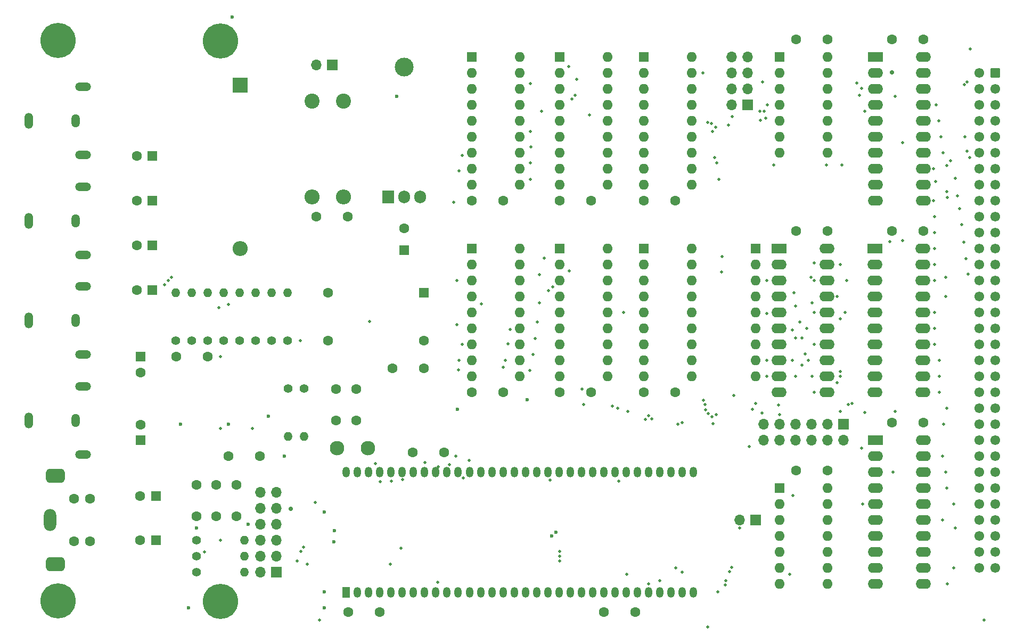
<source format=gbr>
%TF.GenerationSoftware,KiCad,Pcbnew,7.0.9-7.0.9~ubuntu22.04.1*%
%TF.CreationDate,2023-12-27T15:34:34+01:00*%
%TF.ProjectId,Z80-VDP,5a38302d-5644-4502-9e6b-696361645f70,rev?*%
%TF.SameCoordinates,Original*%
%TF.FileFunction,Copper,L3,Inr*%
%TF.FilePolarity,Positive*%
%FSLAX46Y46*%
G04 Gerber Fmt 4.6, Leading zero omitted, Abs format (unit mm)*
G04 Created by KiCad (PCBNEW 7.0.9-7.0.9~ubuntu22.04.1) date 2023-12-27 15:34:34*
%MOMM*%
%LPD*%
G01*
G04 APERTURE LIST*
G04 Aperture macros list*
%AMRoundRect*
0 Rectangle with rounded corners*
0 $1 Rounding radius*
0 $2 $3 $4 $5 $6 $7 $8 $9 X,Y pos of 4 corners*
0 Add a 4 corners polygon primitive as box body*
4,1,4,$2,$3,$4,$5,$6,$7,$8,$9,$2,$3,0*
0 Add four circle primitives for the rounded corners*
1,1,$1+$1,$2,$3*
1,1,$1+$1,$4,$5*
1,1,$1+$1,$6,$7*
1,1,$1+$1,$8,$9*
0 Add four rect primitives between the rounded corners*
20,1,$1+$1,$2,$3,$4,$5,0*
20,1,$1+$1,$4,$5,$6,$7,0*
20,1,$1+$1,$6,$7,$8,$9,0*
20,1,$1+$1,$8,$9,$2,$3,0*%
G04 Aperture macros list end*
%TA.AperFunction,ComponentPad*%
%ADD10R,2.400000X1.600000*%
%TD*%
%TA.AperFunction,ComponentPad*%
%ADD11O,2.400000X1.600000*%
%TD*%
%TA.AperFunction,ComponentPad*%
%ADD12R,1.700000X1.700000*%
%TD*%
%TA.AperFunction,ComponentPad*%
%ADD13O,1.700000X1.700000*%
%TD*%
%TA.AperFunction,ComponentPad*%
%ADD14R,1.600000X1.600000*%
%TD*%
%TA.AperFunction,ComponentPad*%
%ADD15O,1.600000X1.600000*%
%TD*%
%TA.AperFunction,ComponentPad*%
%ADD16O,1.324000X2.124000*%
%TD*%
%TA.AperFunction,ComponentPad*%
%ADD17O,2.524000X1.324000*%
%TD*%
%TA.AperFunction,ComponentPad*%
%ADD18O,1.324000X2.524000*%
%TD*%
%TA.AperFunction,ComponentPad*%
%ADD19C,1.600000*%
%TD*%
%TA.AperFunction,ComponentPad*%
%ADD20C,1.400000*%
%TD*%
%TA.AperFunction,ComponentPad*%
%ADD21O,1.400000X1.400000*%
%TD*%
%TA.AperFunction,ComponentPad*%
%ADD22R,2.400000X2.400000*%
%TD*%
%TA.AperFunction,ComponentPad*%
%ADD23O,2.400000X2.400000*%
%TD*%
%TA.AperFunction,ComponentPad*%
%ADD24C,5.600000*%
%TD*%
%TA.AperFunction,ComponentPad*%
%ADD25R,1.200000X1.700000*%
%TD*%
%TA.AperFunction,ComponentPad*%
%ADD26O,1.200000X1.700000*%
%TD*%
%TA.AperFunction,ComponentPad*%
%ADD27C,2.300000*%
%TD*%
%TA.AperFunction,ComponentPad*%
%ADD28C,2.400000*%
%TD*%
%TA.AperFunction,ComponentPad*%
%ADD29R,1.905000X2.000000*%
%TD*%
%TA.AperFunction,ComponentPad*%
%ADD30C,3.000000*%
%TD*%
%TA.AperFunction,ComponentPad*%
%ADD31O,1.905000X2.000000*%
%TD*%
%TA.AperFunction,ComponentPad*%
%ADD32RoundRect,0.550000X0.950000X-0.550000X0.950000X0.550000X-0.950000X0.550000X-0.950000X-0.550000X0*%
%TD*%
%TA.AperFunction,ComponentPad*%
%ADD33O,2.000000X3.500000*%
%TD*%
%TA.AperFunction,ComponentPad*%
%ADD34RoundRect,0.249999X-0.525001X0.525001X-0.525001X-0.525001X0.525001X-0.525001X0.525001X0.525001X0*%
%TD*%
%TA.AperFunction,ComponentPad*%
%ADD35C,1.550000*%
%TD*%
%TA.AperFunction,ViaPad*%
%ADD36C,0.500000*%
%TD*%
%TA.AperFunction,ViaPad*%
%ADD37C,0.700000*%
%TD*%
%TA.AperFunction,ViaPad*%
%ADD38C,0.600000*%
%TD*%
G04 APERTURE END LIST*
D10*
%TO.N,GND*%
%TO.C,U2*%
X186675000Y-91445000D03*
D11*
%TO.N,/~{#IOREQ}*%
X186675000Y-93985000D03*
%TO.N,Net-(RN1-R8)*%
X186675000Y-96525000D03*
%TO.N,/~{#IOREQ}*%
X186675000Y-99065000D03*
%TO.N,Net-(RN1-R7)*%
X186675000Y-101605000D03*
%TO.N,/#A2*%
X186675000Y-104145000D03*
%TO.N,Net-(JP1-Pin_2)*%
X186675000Y-106685000D03*
%TO.N,/#A3*%
X186675000Y-109225000D03*
%TO.N,Net-(JP1-Pin_4)*%
X186675000Y-111765000D03*
%TO.N,GND*%
X186675000Y-114305000D03*
%TO.N,/#A4*%
X194295000Y-114305000D03*
%TO.N,Net-(JP1-Pin_6)*%
X194295000Y-111765000D03*
%TO.N,/#A5*%
X194295000Y-109225000D03*
%TO.N,Net-(JP1-Pin_8)*%
X194295000Y-106685000D03*
%TO.N,/#A6*%
X194295000Y-104145000D03*
%TO.N,Net-(JP1-Pin_10)*%
X194295000Y-101605000D03*
%TO.N,/#A7*%
X194295000Y-99065000D03*
%TO.N,Net-(JP1-Pin_12)*%
X194295000Y-96525000D03*
%TO.N,Net-(U2-P=R)*%
X194295000Y-93985000D03*
%TO.N,+5V*%
X194295000Y-91445000D03*
%TD*%
D12*
%TO.N,Net-(JP2-Pad1)*%
%TO.C,JP2*%
X182880000Y-134620000D03*
D13*
%TO.N,/~{WAIT}*%
X180340000Y-134620000D03*
%TD*%
D14*
%TO.N,GND*%
%TO.C,U10*%
X165100000Y-91440000D03*
D15*
%TO.N,/RD4*%
X165100000Y-93980000D03*
%TO.N,/RD5*%
X165100000Y-96520000D03*
%TO.N,/R{slash}W*%
X165100000Y-99060000D03*
%TO.N,/{slash}CAS0*%
X165100000Y-101600000D03*
%TO.N,/AD6*%
X165100000Y-104140000D03*
%TO.N,/AD5*%
X165100000Y-106680000D03*
%TO.N,/AD4*%
X165100000Y-109220000D03*
%TO.N,+5V*%
X165100000Y-111760000D03*
%TO.N,/AD7*%
X172720000Y-111760000D03*
%TO.N,/AD3*%
X172720000Y-109220000D03*
%TO.N,/AD2*%
X172720000Y-106680000D03*
%TO.N,/AD1*%
X172720000Y-104140000D03*
%TO.N,/AD0*%
X172720000Y-101600000D03*
%TO.N,/RD6*%
X172720000Y-99060000D03*
%TO.N,/{slash}RAS*%
X172720000Y-96520000D03*
%TO.N,/RD7*%
X172720000Y-93980000D03*
%TO.N,GND*%
X172720000Y-91440000D03*
%TD*%
D16*
%TO.N,/VO_GREEN*%
%TO.C,J8*%
X74810000Y-102870000D03*
D17*
%TO.N,GNDA*%
X76010000Y-97470000D03*
D18*
X67310000Y-102870000D03*
D17*
X76010000Y-108270000D03*
%TD*%
D19*
%TO.N,+5V*%
%TO.C,C28*%
X194310000Y-58166000D03*
%TO.N,GND*%
X189310000Y-58166000D03*
%TD*%
%TO.N,+5V*%
%TO.C,C32*%
X209550000Y-119126000D03*
%TO.N,GND*%
X204550000Y-119126000D03*
%TD*%
D14*
%TO.N,GND*%
%TO.C,U9*%
X165100000Y-60960000D03*
D15*
%TO.N,/RD0*%
X165100000Y-63500000D03*
%TO.N,/RD1*%
X165100000Y-66040000D03*
%TO.N,/R{slash}W*%
X165100000Y-68580000D03*
%TO.N,/{slash}CAS0*%
X165100000Y-71120000D03*
%TO.N,/AD6*%
X165100000Y-73660000D03*
%TO.N,/AD5*%
X165100000Y-76200000D03*
%TO.N,/AD4*%
X165100000Y-78740000D03*
%TO.N,+5V*%
X165100000Y-81280000D03*
%TO.N,/AD7*%
X172720000Y-81280000D03*
%TO.N,/AD3*%
X172720000Y-78740000D03*
%TO.N,/AD2*%
X172720000Y-76200000D03*
%TO.N,/AD1*%
X172720000Y-73660000D03*
%TO.N,/AD0*%
X172720000Y-71120000D03*
%TO.N,/RD2*%
X172720000Y-68580000D03*
%TO.N,/{slash}RAS*%
X172720000Y-66040000D03*
%TO.N,/RD3*%
X172720000Y-63500000D03*
%TO.N,GND*%
X172720000Y-60960000D03*
%TD*%
D19*
%TO.N,+5V*%
%TO.C,C31*%
X209550000Y-88646000D03*
%TO.N,GND*%
X204550000Y-88646000D03*
%TD*%
D20*
%TO.N,GNDA*%
%TO.C,R1*%
X93980000Y-137795000D03*
D21*
%TO.N,Net-(J2-Pin_6)*%
X101600000Y-137795000D03*
%TD*%
D19*
%TO.N,+5V*%
%TO.C,C29*%
X194310000Y-88646000D03*
%TO.N,GND*%
X189310000Y-88646000D03*
%TD*%
D14*
%TO.N,GNDA*%
%TO.C,C14*%
X85090000Y-108625000D03*
D19*
%TO.N,+5VA*%
X85090000Y-111125000D03*
%TD*%
D14*
%TO.N,GNDA*%
%TO.C,C13*%
X85090000Y-121920000D03*
D19*
%TO.N,+5VA*%
X85090000Y-119420000D03*
%TD*%
D20*
%TO.N,Net-(U11-GOUT)*%
%TO.C,R7*%
X93218000Y-106045000D03*
D21*
%TO.N,Net-(C20-Pad1)*%
X93218000Y-98425000D03*
%TD*%
D14*
%TO.N,/~{#WAIT}*%
%TO.C,U6*%
X186690000Y-129540000D03*
D15*
%TO.N,GND*%
X186690000Y-132080000D03*
%TO.N,Net-(JP2-Pad1)*%
X186690000Y-134620000D03*
%TO.N,GND*%
X186690000Y-137160000D03*
X186690000Y-139700000D03*
%TO.N,unconnected-(U6-Pad6)*%
X186690000Y-142240000D03*
%TO.N,GND*%
X186690000Y-144780000D03*
%TO.N,unconnected-(U6-Pad8)*%
X194310000Y-144780000D03*
%TO.N,GND*%
X194310000Y-142240000D03*
X194310000Y-139700000D03*
%TO.N,unconnected-(U6-Pad11)*%
X194310000Y-137160000D03*
%TO.N,GND*%
X194310000Y-134620000D03*
X194310000Y-132080000D03*
%TO.N,+5V*%
X194310000Y-129540000D03*
%TD*%
D22*
%TO.N,+5VA*%
%TO.C,C34*%
X100965000Y-65405000D03*
D23*
%TO.N,GNDA*%
X100965000Y-91405000D03*
%TD*%
D24*
%TO.N,GND*%
%TO.C,*%
X97790000Y-147574000D03*
%TD*%
D25*
%TO.N,GND*%
%TO.C,U8*%
X117825000Y-146075400D03*
D26*
%TO.N,N/C*%
X119605000Y-146075400D03*
X121385000Y-146075400D03*
%TO.N,+5V*%
X123165000Y-146075400D03*
%TO.N,/HSYNC*%
X124945000Y-146075400D03*
%TO.N,/CSYNC*%
X126725000Y-146075400D03*
%TO.N,N/C*%
X128505000Y-146075400D03*
%TO.N,unconnected-(U8-CPUCLK{slash}VDS-Pad8)*%
X130285000Y-146075400D03*
%TO.N,/~{#RESET}*%
X132065000Y-146075400D03*
%TO.N,N/C*%
X133845000Y-146075400D03*
X135625000Y-146075400D03*
X137405000Y-146075400D03*
X139185000Y-146075400D03*
X140965000Y-146075400D03*
X142745000Y-146075400D03*
X144525000Y-146075400D03*
X146305000Y-146075400D03*
X148085000Y-146075400D03*
X149865000Y-146075400D03*
%TO.N,GNDA*%
X151645000Y-146075400D03*
%TO.N,+5VA*%
X153425000Y-146075400D03*
%TO.N,/RGB_G*%
X155205000Y-146075400D03*
%TO.N,/RGB_R*%
X156985000Y-146075400D03*
%TO.N,/RGB_B*%
X158765000Y-146075400D03*
%TO.N,/~{IRQ_OUT}*%
X160545000Y-146075400D03*
%TO.N,/~{#WAIT}*%
X162325000Y-146075400D03*
%TO.N,+5V*%
X164105000Y-146075400D03*
%TO.N,/#A1*%
X165885000Y-146075400D03*
%TO.N,/#A0*%
X167665000Y-146075400D03*
%TO.N,/~{VDP_WR}*%
X169445000Y-146075400D03*
%TO.N,/~{VDP_RD}*%
X171225000Y-146075400D03*
%TO.N,/#D7*%
X173005000Y-146075400D03*
%TO.N,unconnected-(U8-VBB-Pad33)*%
X173005000Y-126974600D03*
%TO.N,/#D6*%
X171225000Y-126974600D03*
%TO.N,/#D5*%
X169445000Y-126974600D03*
%TO.N,/#D4*%
X167665000Y-126974600D03*
%TO.N,/#D3*%
X165885000Y-126974600D03*
%TO.N,/#D2*%
X164105000Y-126974600D03*
%TO.N,/#D1*%
X162325000Y-126974600D03*
%TO.N,/#D0*%
X160545000Y-126974600D03*
%TO.N,/RD0*%
X158765000Y-126974600D03*
%TO.N,/RD1*%
X156985000Y-126974600D03*
%TO.N,/RD2*%
X155205000Y-126974600D03*
%TO.N,/RD3*%
X153425000Y-126974600D03*
%TO.N,/RD4*%
X151645000Y-126974600D03*
%TO.N,/RD5*%
X149865000Y-126974600D03*
%TO.N,/RD6*%
X148085000Y-126974600D03*
%TO.N,/RD7*%
X146305000Y-126974600D03*
%TO.N,/AD0*%
X144525000Y-126974600D03*
%TO.N,/AD1*%
X142745000Y-126974600D03*
%TO.N,/AD2*%
X140965000Y-126974600D03*
%TO.N,/AD3*%
X139185000Y-126974600D03*
%TO.N,/AD4*%
X137405000Y-126974600D03*
%TO.N,/AD5*%
X135625000Y-126974600D03*
%TO.N,/AD6*%
X133845000Y-126974600D03*
%TO.N,/AD7*%
X132065000Y-126974600D03*
%TO.N,/R{slash}W*%
X130285000Y-126974600D03*
%TO.N,+5V*%
X128505000Y-126974600D03*
%TO.N,/{slash}CASX*%
X126725000Y-126974600D03*
%TO.N,/{slash}CAS1*%
X124945000Y-126974600D03*
%TO.N,/{slash}CAS0*%
X123165000Y-126974600D03*
%TO.N,/{slash}RAS*%
X121385000Y-126974600D03*
%TO.N,Net-(U8-XTAL1)*%
X119605000Y-126974600D03*
%TO.N,Net-(U8-XTAL2)*%
X117825000Y-126974600D03*
%TD*%
D14*
%TO.N,GND*%
%TO.C,RN1*%
X182880000Y-91440000D03*
D15*
%TO.N,Net-(JP1-Pin_12)*%
X182880000Y-93980000D03*
%TO.N,Net-(JP1-Pin_10)*%
X182880000Y-96520000D03*
%TO.N,Net-(JP1-Pin_8)*%
X182880000Y-99060000D03*
%TO.N,Net-(JP1-Pin_6)*%
X182880000Y-101600000D03*
%TO.N,Net-(JP1-Pin_4)*%
X182880000Y-104140000D03*
%TO.N,Net-(JP1-Pin_2)*%
X182880000Y-106680000D03*
%TO.N,Net-(RN1-R7)*%
X182880000Y-109220000D03*
%TO.N,Net-(RN1-R8)*%
X182880000Y-111760000D03*
%TD*%
D19*
%TO.N,+5VA*%
%TO.C,C12*%
X95805000Y-108585000D03*
%TO.N,GNDA*%
X90805000Y-108585000D03*
%TD*%
D14*
%TO.N,Net-(C19-Pad1)*%
%TO.C,C19*%
X87542380Y-137795000D03*
D19*
%TO.N,Net-(C19-Pad2)*%
X85042380Y-137795000D03*
%TD*%
%TO.N,Net-(J2-Pin_6)*%
%TO.C,C9*%
X97155000Y-133985000D03*
%TO.N,Net-(U11-GIN)*%
X97155000Y-128985000D03*
%TD*%
D16*
%TO.N,/VO_BLUE*%
%TO.C,J9*%
X74810000Y-86995000D03*
D17*
%TO.N,GNDA*%
X76010000Y-81595000D03*
D18*
X67310000Y-86995000D03*
D17*
X76010000Y-92395000D03*
%TD*%
D20*
%TO.N,Net-(U11-BOUT)*%
%TO.C,R8*%
X95758000Y-106045000D03*
D21*
%TO.N,Net-(C21-Pad1)*%
X95758000Y-98425000D03*
%TD*%
D19*
%TO.N,Net-(J2-Pin_4)*%
%TO.C,C10*%
X93980000Y-133985000D03*
%TO.N,Net-(U11-RIN)*%
X93980000Y-128985000D03*
%TD*%
%TO.N,+5V*%
%TO.C,C25*%
X165100000Y-114300000D03*
%TO.N,GND*%
X170100000Y-114300000D03*
%TD*%
D20*
%TO.N,Net-(U11-COUT)*%
%TO.C,R12*%
X108458000Y-106045000D03*
D21*
%TO.N,Net-(C17-Pad1)*%
X108458000Y-98425000D03*
%TD*%
D27*
%TO.N,Net-(U8-XTAL1)*%
%TO.C,Y1*%
X121285000Y-123190000D03*
%TO.N,Net-(U8-XTAL2)*%
X116385000Y-123190000D03*
%TD*%
D20*
%TO.N,GNDA*%
%TO.C,R2*%
X93980000Y-140335000D03*
D21*
%TO.N,Net-(J2-Pin_4)*%
X101600000Y-140335000D03*
%TD*%
D14*
%TO.N,Net-(C24-Pad1)*%
%TO.C,C24*%
X86995000Y-76708000D03*
D19*
%TO.N,/VO_COM*%
X84495000Y-76708000D03*
%TD*%
D14*
%TO.N,Net-(C18-Pad1)*%
%TO.C,C18*%
X86995000Y-98044000D03*
D19*
%TO.N,/VO_RED*%
X84495000Y-98044000D03*
%TD*%
D20*
%TO.N,Net-(U11-YTRAP)*%
%TO.C,R10*%
X103378000Y-106045000D03*
D21*
%TO.N,+5VA*%
X103378000Y-98425000D03*
%TD*%
D19*
%TO.N,+5VA*%
%TO.C,C2*%
X113070000Y-86360000D03*
%TO.N,GNDA*%
X118070000Y-86360000D03*
%TD*%
D10*
%TO.N,BUSDIR*%
%TO.C,U3*%
X201930000Y-60960000D03*
D11*
%TO.N,/#D0*%
X201930000Y-63500000D03*
%TO.N,/#D1*%
X201930000Y-66040000D03*
%TO.N,/#D2*%
X201930000Y-68580000D03*
%TO.N,/#D3*%
X201930000Y-71120000D03*
%TO.N,/#D4*%
X201930000Y-73660000D03*
%TO.N,/#D5*%
X201930000Y-76200000D03*
%TO.N,/#D6*%
X201930000Y-78740000D03*
%TO.N,/#D7*%
X201930000Y-81280000D03*
%TO.N,GND*%
X201930000Y-83820000D03*
%TO.N,/D7*%
X209550000Y-83820000D03*
%TO.N,/D6*%
X209550000Y-81280000D03*
%TO.N,/D5*%
X209550000Y-78740000D03*
%TO.N,/D4*%
X209550000Y-76200000D03*
%TO.N,/D3*%
X209550000Y-73660000D03*
%TO.N,/D2*%
X209550000Y-71120000D03*
%TO.N,/D1*%
X209550000Y-68580000D03*
%TO.N,/D0*%
X209550000Y-66040000D03*
%TO.N,GND*%
X209550000Y-63500000D03*
%TO.N,+5V*%
X209550000Y-60960000D03*
%TD*%
D19*
%TO.N,+5VA*%
%TO.C,C11*%
X104100000Y-124460000D03*
%TO.N,GNDA*%
X99100000Y-124460000D03*
%TD*%
%TO.N,GND*%
%TO.C,C6*%
X116205000Y-113745000D03*
%TO.N,Net-(U8-XTAL2)*%
X116205000Y-118745000D03*
%TD*%
D20*
%TO.N,Net-(U11-CVOUT)*%
%TO.C,R9*%
X98298000Y-106045000D03*
D21*
%TO.N,Net-(C24-Pad1)*%
X98298000Y-98425000D03*
%TD*%
D10*
%TO.N,GND*%
%TO.C,U4*%
X201915000Y-91440000D03*
D11*
%TO.N,/#A0*%
X201915000Y-93980000D03*
%TO.N,/#A1*%
X201915000Y-96520000D03*
%TO.N,/#A2*%
X201915000Y-99060000D03*
%TO.N,/#A3*%
X201915000Y-101600000D03*
%TO.N,/#A4*%
X201915000Y-104140000D03*
%TO.N,/#A5*%
X201915000Y-106680000D03*
%TO.N,/#A6*%
X201915000Y-109220000D03*
%TO.N,/#A7*%
X201915000Y-111760000D03*
%TO.N,GND*%
X201915000Y-114300000D03*
%TO.N,/A7*%
X209535000Y-114300000D03*
%TO.N,/A6*%
X209535000Y-111760000D03*
%TO.N,/A5*%
X209535000Y-109220000D03*
%TO.N,/A4*%
X209535000Y-106680000D03*
%TO.N,/A3*%
X209535000Y-104140000D03*
%TO.N,/A2*%
X209535000Y-101600000D03*
%TO.N,/A1*%
X209535000Y-99060000D03*
%TO.N,/A0*%
X209535000Y-96520000D03*
%TO.N,GND*%
X209535000Y-93980000D03*
%TO.N,+5V*%
X209535000Y-91440000D03*
%TD*%
D19*
%TO.N,+5V*%
%TO.C,C22*%
X151765000Y-83820000D03*
%TO.N,GND*%
X156765000Y-83820000D03*
%TD*%
D28*
%TO.N,Net-(U1-OUT)*%
%TO.C,FB2*%
X112395000Y-67945000D03*
D23*
%TO.N,+5VA*%
X112395000Y-83185000D03*
%TD*%
D20*
%TO.N,Net-(U11-YOUT)*%
%TO.C,R11*%
X105918000Y-106045000D03*
D21*
%TO.N,Net-(C19-Pad1)*%
X105918000Y-98425000D03*
%TD*%
D14*
%TO.N,GND*%
%TO.C,U13*%
X151765000Y-91440000D03*
D15*
%TO.N,/RD4*%
X151765000Y-93980000D03*
%TO.N,/RD5*%
X151765000Y-96520000D03*
%TO.N,/R{slash}W*%
X151765000Y-99060000D03*
%TO.N,/{slash}CAS1*%
X151765000Y-101600000D03*
%TO.N,/AD6*%
X151765000Y-104140000D03*
%TO.N,/AD5*%
X151765000Y-106680000D03*
%TO.N,/AD4*%
X151765000Y-109220000D03*
%TO.N,+5V*%
X151765000Y-111760000D03*
%TO.N,/AD7*%
X159385000Y-111760000D03*
%TO.N,/AD3*%
X159385000Y-109220000D03*
%TO.N,/AD2*%
X159385000Y-106680000D03*
%TO.N,/AD1*%
X159385000Y-104140000D03*
%TO.N,/AD0*%
X159385000Y-101600000D03*
%TO.N,/RD6*%
X159385000Y-99060000D03*
%TO.N,/{slash}RAS*%
X159385000Y-96520000D03*
%TO.N,/RD7*%
X159385000Y-93980000D03*
%TO.N,GND*%
X159385000Y-91440000D03*
%TD*%
D19*
%TO.N,+5V*%
%TO.C,C27*%
X194310000Y-126746000D03*
%TO.N,GND*%
X189310000Y-126746000D03*
%TD*%
D14*
%TO.N,GND*%
%TO.C,U15*%
X137795000Y-91440000D03*
D15*
%TO.N,/RD4*%
X137795000Y-93980000D03*
%TO.N,/RD5*%
X137795000Y-96520000D03*
%TO.N,/R{slash}W*%
X137795000Y-99060000D03*
%TO.N,/{slash}CASX*%
X137795000Y-101600000D03*
%TO.N,/AD6*%
X137795000Y-104140000D03*
%TO.N,/AD5*%
X137795000Y-106680000D03*
%TO.N,/AD4*%
X137795000Y-109220000D03*
%TO.N,+5V*%
X137795000Y-111760000D03*
%TO.N,/AD7*%
X145415000Y-111760000D03*
%TO.N,/AD3*%
X145415000Y-109220000D03*
%TO.N,/AD2*%
X145415000Y-106680000D03*
%TO.N,/AD1*%
X145415000Y-104140000D03*
%TO.N,/AD0*%
X145415000Y-101600000D03*
%TO.N,/RD6*%
X145415000Y-99060000D03*
%TO.N,/{slash}RAS*%
X145415000Y-96520000D03*
%TO.N,/RD7*%
X145415000Y-93980000D03*
%TO.N,GND*%
X145415000Y-91440000D03*
%TD*%
D29*
%TO.N,+12V*%
%TO.C,U1*%
X124460000Y-83185000D03*
D30*
%TO.N,GND*%
X127000000Y-62525000D03*
D31*
X127000000Y-83185000D03*
%TO.N,Net-(U1-OUT)*%
X129540000Y-83185000D03*
%TD*%
D14*
%TO.N,Net-(U7-Pad1)*%
%TO.C,U7*%
X186690000Y-60960000D03*
D15*
%TO.N,Net-(U2-P=R)*%
X186690000Y-63500000D03*
%TO.N,/~{#WR}*%
X186690000Y-66040000D03*
%TO.N,/~{VDP_WR}*%
X186690000Y-68580000D03*
%TO.N,Net-(U7-Pad1)*%
X186690000Y-71120000D03*
X186690000Y-73660000D03*
%TO.N,GND*%
X186690000Y-76200000D03*
%TO.N,Net-(U2-P=R)*%
X194310000Y-76200000D03*
%TO.N,/~{#RD}*%
X194310000Y-73660000D03*
%TO.N,BUSDIR*%
X194310000Y-71120000D03*
X194310000Y-68580000D03*
X194310000Y-66040000D03*
%TO.N,/~{VDP_RD}*%
X194310000Y-63500000D03*
%TO.N,+5V*%
X194310000Y-60960000D03*
%TD*%
D14*
%TO.N,Net-(U1-OUT)*%
%TO.C,C1*%
X127000000Y-91695651D03*
D19*
%TO.N,GND*%
X127000000Y-88195651D03*
%TD*%
%TO.N,+5V*%
%TO.C,C3*%
X123150000Y-149225000D03*
%TO.N,GND*%
X118150000Y-149225000D03*
%TD*%
%TO.N,GNDA*%
%TO.C,J4*%
X74540000Y-138005000D03*
X74540000Y-131205000D03*
%TO.N,Net-(C19-Pad2)*%
X77040000Y-138005000D03*
%TO.N,Net-(C17-Pad2)*%
X77040000Y-131205000D03*
D32*
%TO.N,GNDA*%
X71540000Y-141605000D03*
D33*
X70745000Y-134620000D03*
D32*
X71540000Y-127605000D03*
%TD*%
D20*
%TO.N,GNDA*%
%TO.C,R3*%
X93980000Y-142875000D03*
D21*
%TO.N,Net-(J2-Pin_2)*%
X101600000Y-142875000D03*
%TD*%
D19*
%TO.N,+5V*%
%TO.C,C16*%
X137795000Y-83820000D03*
%TO.N,GND*%
X142795000Y-83820000D03*
%TD*%
D12*
%TO.N,+5V*%
%TO.C,JP3*%
X115575000Y-62230000D03*
D13*
%TO.N,+5VA*%
X113035000Y-62230000D03*
%TD*%
D20*
%TO.N,GNDA*%
%TO.C,R13*%
X100838000Y-106045000D03*
D21*
%TO.N,Net-(C24-Pad1)*%
X100838000Y-98425000D03*
%TD*%
D28*
%TO.N,GND*%
%TO.C,FB1*%
X117348000Y-67945000D03*
D23*
%TO.N,GNDA*%
X117348000Y-83185000D03*
%TD*%
D16*
%TO.N,/VO_RED*%
%TO.C,J7*%
X74810000Y-118745000D03*
D17*
%TO.N,GNDA*%
X76010000Y-113345000D03*
D18*
X67310000Y-118745000D03*
D17*
X76010000Y-124145000D03*
%TD*%
D14*
%TO.N,GND*%
%TO.C,U12*%
X151765000Y-60960000D03*
D15*
%TO.N,/RD0*%
X151765000Y-63500000D03*
%TO.N,/RD1*%
X151765000Y-66040000D03*
%TO.N,/R{slash}W*%
X151765000Y-68580000D03*
%TO.N,/{slash}CAS1*%
X151765000Y-71120000D03*
%TO.N,/AD6*%
X151765000Y-73660000D03*
%TO.N,/AD5*%
X151765000Y-76200000D03*
%TO.N,/AD4*%
X151765000Y-78740000D03*
%TO.N,+5V*%
X151765000Y-81280000D03*
%TO.N,/AD7*%
X159385000Y-81280000D03*
%TO.N,/AD3*%
X159385000Y-78740000D03*
%TO.N,/AD2*%
X159385000Y-76200000D03*
%TO.N,/AD1*%
X159385000Y-73660000D03*
%TO.N,/AD0*%
X159385000Y-71120000D03*
%TO.N,/RD2*%
X159385000Y-68580000D03*
%TO.N,/{slash}RAS*%
X159385000Y-66040000D03*
%TO.N,/RD3*%
X159385000Y-63500000D03*
%TO.N,GND*%
X159385000Y-60960000D03*
%TD*%
D19*
%TO.N,+5V*%
%TO.C,C15*%
X165100000Y-83820000D03*
%TO.N,GND*%
X170100000Y-83820000D03*
%TD*%
D14*
%TO.N,Net-(C20-Pad1)*%
%TO.C,C20*%
X86995000Y-90932000D03*
D19*
%TO.N,/VO_GREEN*%
X84495000Y-90932000D03*
%TD*%
%TO.N,Net-(U8-XTAL1)*%
%TO.C,C5*%
X119380000Y-118745000D03*
%TO.N,GND*%
X119380000Y-113745000D03*
%TD*%
D20*
%TO.N,Net-(X1-OUT)*%
%TO.C,R4*%
X108585000Y-113665000D03*
D21*
%TO.N,Net-(U11-SCIN)*%
X108585000Y-121285000D03*
%TD*%
D20*
%TO.N,Net-(J2-Pin_8)*%
%TO.C,R5*%
X111125000Y-113665000D03*
D21*
%TO.N,Net-(U11-SYNCIN)*%
X111125000Y-121285000D03*
%TD*%
D10*
%TO.N,GND*%
%TO.C,U5*%
X201930000Y-121920000D03*
D11*
%TO.N,/~{#RD}*%
X201930000Y-124460000D03*
%TO.N,/~{#WR}*%
X201930000Y-127000000D03*
%TO.N,/#CLK_CPU*%
X201930000Y-129540000D03*
%TO.N,/~{#IOREQ}*%
X201930000Y-132080000D03*
%TO.N,unconnected-(U5-A4-Pad6)*%
X201930000Y-134620000D03*
%TO.N,unconnected-(U5-A5-Pad7)*%
X201930000Y-137160000D03*
%TO.N,/~{#M1}*%
X201930000Y-139700000D03*
%TO.N,/~{#RESET}*%
X201930000Y-142240000D03*
%TO.N,GND*%
X201930000Y-144780000D03*
%TO.N,/~{RESET}*%
X209550000Y-144780000D03*
%TO.N,/~{M1}*%
X209550000Y-142240000D03*
%TO.N,GND*%
X209550000Y-139700000D03*
X209550000Y-137160000D03*
%TO.N,/~{IOREQ}*%
X209550000Y-134620000D03*
%TO.N,/CLK_CPU*%
X209550000Y-132080000D03*
%TO.N,/~{WR}*%
X209550000Y-129540000D03*
%TO.N,/~{RD}*%
X209550000Y-127000000D03*
%TO.N,GND*%
X209550000Y-124460000D03*
%TO.N,+5V*%
X209550000Y-121920000D03*
%TD*%
D14*
%TO.N,Net-(C17-Pad1)*%
%TO.C,C17*%
X87542380Y-130810000D03*
D19*
%TO.N,Net-(C17-Pad2)*%
X85042380Y-130810000D03*
%TD*%
D24*
%TO.N,GND*%
%TO.C,J3*%
X71975000Y-58293000D03*
X71975000Y-147447000D03*
D34*
X220980000Y-63500000D03*
D35*
X220980000Y-66040000D03*
X220980000Y-68580000D03*
X220980000Y-71120000D03*
%TO.N,/MEMAQ*%
X220980000Y-73660000D03*
%TO.N,/~{INT3}*%
X220980000Y-76200000D03*
%TO.N,/A0*%
X220980000Y-78740000D03*
%TO.N,/A1*%
X220980000Y-81280000D03*
%TO.N,/A2*%
X220980000Y-83820000D03*
%TO.N,/A3*%
X220980000Y-86360000D03*
%TO.N,/A4*%
X220980000Y-88900000D03*
%TO.N,/A5*%
X220980000Y-91440000D03*
%TO.N,/A6*%
X220980000Y-93980000D03*
%TO.N,/A7*%
X220980000Y-96520000D03*
%TO.N,/A8*%
X220980000Y-99060000D03*
%TO.N,/A9*%
X220980000Y-101600000D03*
%TO.N,/A10*%
X220980000Y-104140000D03*
%TO.N,/A11*%
X220980000Y-106680000D03*
%TO.N,/A12*%
X220980000Y-109220000D03*
%TO.N,/A13*%
X220980000Y-111760000D03*
%TO.N,/A14*%
X220980000Y-114300000D03*
%TO.N,/A15*%
X220980000Y-116840000D03*
%TO.N,/~{BUSREQ}*%
X220980000Y-119380000D03*
%TO.N,/~{BUSACK}*%
X220980000Y-121920000D03*
%TO.N,/A16*%
X220980000Y-124460000D03*
%TO.N,/A17*%
X220980000Y-127000000D03*
%TO.N,/A18*%
X220980000Y-129540000D03*
%TO.N,/A19*%
X220980000Y-132080000D03*
%TO.N,/A20*%
X220980000Y-134620000D03*
%TO.N,/A21*%
X220980000Y-137160000D03*
%TO.N,/A22{slash}SCL*%
X220980000Y-139700000D03*
%TO.N,/A23{slash}SDA*%
X220980000Y-142240000D03*
%TO.N,+5V*%
X218440000Y-63500000D03*
X218440000Y-66040000D03*
X218440000Y-68580000D03*
%TO.N,/~{INT0}*%
X218440000Y-71120000D03*
%TO.N,/~{INT1}*%
X218440000Y-73660000D03*
%TO.N,/~{INT2}*%
X218440000Y-76200000D03*
%TO.N,/D0*%
X218440000Y-78740000D03*
%TO.N,/D1*%
X218440000Y-81280000D03*
%TO.N,/D2*%
X218440000Y-83820000D03*
%TO.N,/D3*%
X218440000Y-86360000D03*
%TO.N,/D4*%
X218440000Y-88900000D03*
%TO.N,/D5*%
X218440000Y-91440000D03*
%TO.N,/D6*%
X218440000Y-93980000D03*
%TO.N,/D7*%
X218440000Y-96520000D03*
%TO.N,/~{RESET}*%
X218440000Y-99060000D03*
%TO.N,/CLK_CPU*%
X218440000Y-101600000D03*
%TO.N,/~{INT}*%
X218440000Y-104140000D03*
%TO.N,/~{NMI}*%
X218440000Y-106680000D03*
%TO.N,/~{M1}*%
X218440000Y-109220000D03*
%TO.N,/~{WAIT}*%
X218440000Y-111760000D03*
%TO.N,/~{HALT}*%
X218440000Y-114300000D03*
%TO.N,/~{RD}*%
X218440000Y-116840000D03*
%TO.N,/~{WR}*%
X218440000Y-119380000D03*
%TO.N,/~{MREQ}*%
X218440000Y-121920000D03*
%TO.N,/~{IOREQ}*%
X218440000Y-124460000D03*
%TO.N,Net-(J3-IEI)*%
X218440000Y-127000000D03*
X218440000Y-129540000D03*
%TO.N,+12V*%
X218440000Y-132080000D03*
%TO.N,-12V*%
X218440000Y-134620000D03*
%TO.N,unconnected-(J3-SPARE-Padb30)*%
X218440000Y-137160000D03*
%TO.N,unconnected-(J3-SPARE-Padb31)*%
X218440000Y-139700000D03*
%TO.N,GND*%
X218440000Y-142240000D03*
%TD*%
D12*
%TO.N,/RGB_B*%
%TO.C,J2*%
X106680000Y-142875000D03*
D13*
%TO.N,Net-(J2-Pin_2)*%
X104140000Y-142875000D03*
%TO.N,/RGB_R*%
X106680000Y-140335000D03*
%TO.N,Net-(J2-Pin_4)*%
X104140000Y-140335000D03*
%TO.N,/RGB_G*%
X106680000Y-137795000D03*
%TO.N,Net-(J2-Pin_6)*%
X104140000Y-137795000D03*
%TO.N,/CSYNC*%
X106680000Y-135255000D03*
%TO.N,Net-(J2-Pin_8)*%
X104140000Y-135255000D03*
%TO.N,/HSYNC*%
X106680000Y-132715000D03*
%TO.N,unconnected-(J2-Pin_10-Pad10)*%
X104140000Y-132715000D03*
%TO.N,+5VA*%
X106680000Y-130175000D03*
%TO.N,GNDA*%
X104140000Y-130175000D03*
%TD*%
D24*
%TO.N,GND*%
%TO.C,*%
X97790000Y-58420000D03*
%TD*%
D19*
%TO.N,+5V*%
%TO.C,C26*%
X137795000Y-114300000D03*
%TO.N,GND*%
X142795000Y-114300000D03*
%TD*%
%TO.N,+5V*%
%TO.C,C23*%
X151765000Y-114300000D03*
%TO.N,GND*%
X156765000Y-114300000D03*
%TD*%
D14*
%TO.N,unconnected-(X1-NC-Pad1)*%
%TO.C,X1*%
X130175000Y-98425000D03*
D19*
%TO.N,GNDA*%
X114935000Y-98425000D03*
%TO.N,Net-(X1-OUT)*%
X114935000Y-106045000D03*
%TO.N,+5VA*%
X130175000Y-106045000D03*
%TD*%
%TO.N,Net-(J2-Pin_2)*%
%TO.C,C8*%
X100330000Y-133985000D03*
%TO.N,Net-(U11-BIN)*%
X100330000Y-128985000D03*
%TD*%
D20*
%TO.N,Net-(U11-ROUT)*%
%TO.C,R6*%
X90678000Y-106045000D03*
D21*
%TO.N,Net-(C18-Pad1)*%
X90678000Y-98425000D03*
%TD*%
D19*
%TO.N,+5V*%
%TO.C,C30*%
X209550000Y-58166000D03*
%TO.N,GND*%
X204550000Y-58166000D03*
%TD*%
%TO.N,+5V*%
%TO.C,C4*%
X128350000Y-123825000D03*
%TO.N,GND*%
X133350000Y-123825000D03*
%TD*%
D16*
%TO.N,/VO_COM*%
%TO.C,J6*%
X74810000Y-71120000D03*
D17*
%TO.N,GNDA*%
X76010000Y-65720000D03*
D18*
X67310000Y-71120000D03*
D17*
X76010000Y-76520000D03*
%TD*%
D19*
%TO.N,+5V*%
%TO.C,C33*%
X163750000Y-149225000D03*
%TO.N,GND*%
X158750000Y-149225000D03*
%TD*%
D14*
%TO.N,GND*%
%TO.C,U14*%
X137795000Y-60960000D03*
D15*
%TO.N,/RD0*%
X137795000Y-63500000D03*
%TO.N,/RD1*%
X137795000Y-66040000D03*
%TO.N,/R{slash}W*%
X137795000Y-68580000D03*
%TO.N,/{slash}CASX*%
X137795000Y-71120000D03*
%TO.N,/AD6*%
X137795000Y-73660000D03*
%TO.N,/AD5*%
X137795000Y-76200000D03*
%TO.N,/AD4*%
X137795000Y-78740000D03*
%TO.N,+5V*%
X137795000Y-81280000D03*
%TO.N,/AD7*%
X145415000Y-81280000D03*
%TO.N,/AD3*%
X145415000Y-78740000D03*
%TO.N,/AD2*%
X145415000Y-76200000D03*
%TO.N,/AD1*%
X145415000Y-73660000D03*
%TO.N,/AD0*%
X145415000Y-71120000D03*
%TO.N,/RD2*%
X145415000Y-68580000D03*
%TO.N,/{slash}RAS*%
X145415000Y-66040000D03*
%TO.N,/RD3*%
X145415000Y-63500000D03*
%TO.N,GND*%
X145415000Y-60960000D03*
%TD*%
D12*
%TO.N,/~{INT0}*%
%TO.C,J1*%
X181610000Y-68580000D03*
D13*
%TO.N,/~{IRQ_OUT}*%
X179070000Y-68580000D03*
%TO.N,/~{INT1}*%
X181610000Y-66040000D03*
%TO.N,/~{IRQ_OUT}*%
X179070000Y-66040000D03*
%TO.N,/~{INT2}*%
X181610000Y-63500000D03*
%TO.N,/~{IRQ_OUT}*%
X179070000Y-63500000D03*
%TO.N,/~{INT3}*%
X181610000Y-60960000D03*
%TO.N,/~{IRQ_OUT}*%
X179070000Y-60960000D03*
%TD*%
D19*
%TO.N,+5VA*%
%TO.C,C7*%
X130135000Y-110490000D03*
%TO.N,GNDA*%
X125135000Y-110490000D03*
%TD*%
D12*
%TO.N,+5V*%
%TO.C,JP1*%
X196850000Y-119375000D03*
D13*
%TO.N,Net-(JP1-Pin_2)*%
X196850000Y-121915000D03*
%TO.N,+5V*%
X194310000Y-119375000D03*
%TO.N,Net-(JP1-Pin_4)*%
X194310000Y-121915000D03*
%TO.N,+5V*%
X191770000Y-119375000D03*
%TO.N,Net-(JP1-Pin_6)*%
X191770000Y-121915000D03*
%TO.N,+5V*%
X189230000Y-119375000D03*
%TO.N,Net-(JP1-Pin_8)*%
X189230000Y-121915000D03*
%TO.N,+5V*%
X186690000Y-119375000D03*
%TO.N,Net-(JP1-Pin_10)*%
X186690000Y-121915000D03*
%TO.N,+5V*%
X184150000Y-119375000D03*
%TO.N,Net-(JP1-Pin_12)*%
X184150000Y-121915000D03*
%TD*%
D14*
%TO.N,Net-(C21-Pad1)*%
%TO.C,C21*%
X86995000Y-83820000D03*
D19*
%TO.N,/VO_BLUE*%
X84495000Y-83820000D03*
%TD*%
D36*
%TO.N,+5V*%
X155575000Y-116205000D03*
X155321000Y-113792000D03*
X134874000Y-84074000D03*
%TO.N,/#D2*%
X184277000Y-69570500D03*
D37*
%TO.N,GND*%
X204550000Y-63373000D03*
%TO.N,+5VA*%
X108966000Y-132842000D03*
D36*
%TO.N,/AD0*%
X156464000Y-70133811D03*
D38*
%TO.N,GND*%
X125857000Y-67183000D03*
D36*
%TO.N,Net-(JP1-Pin_2)*%
X198230685Y-116045037D03*
X182880000Y-116078000D03*
%TO.N,/~{#IOREQ}*%
X199771000Y-123190000D03*
X181864000Y-122936000D03*
X199898000Y-132080000D03*
X186563000Y-116332000D03*
X182435500Y-117030500D03*
%TO.N,Net-(RN1-R7)*%
X184658000Y-101727000D03*
X184658000Y-109220000D03*
D38*
%TO.N,GND*%
X146573303Y-115427697D03*
X114300000Y-148590000D03*
X114300000Y-133350000D03*
X99695000Y-54610000D03*
X114300000Y-146050000D03*
X92710000Y-148590000D03*
%TO.N,+5VA*%
X151130000Y-136525000D03*
D36*
X97790000Y-108585000D03*
D38*
X105410000Y-118110000D03*
X115951000Y-136271000D03*
X115824000Y-138049000D03*
X107950000Y-124460000D03*
%TO.N,GNDA*%
X102235000Y-135255000D03*
X93980000Y-135890000D03*
X91440000Y-119380000D03*
X150495000Y-137160000D03*
X99060000Y-119380000D03*
%TO.N,+5V*%
X135509000Y-116967000D03*
D36*
%TO.N,Net-(J2-Pin_6)*%
X97790000Y-137795000D03*
%TO.N,Net-(C17-Pad1)*%
X99060000Y-100330000D03*
%TO.N,Net-(C19-Pad1)*%
X97541529Y-100831900D03*
%TO.N,Net-(C20-Pad1)*%
X88900000Y-97155000D03*
%TO.N,Net-(C21-Pad1)*%
X89535000Y-96520000D03*
%TO.N,Net-(C24-Pad1)*%
X90036900Y-95961444D03*
%TO.N,+12V*%
X219202000Y-150495000D03*
X112903000Y-131826000D03*
X113538000Y-150495000D03*
X121539000Y-102997000D03*
X175260000Y-151638000D03*
%TO.N,/~{IRQ_OUT}*%
X160147000Y-116459000D03*
X179426500Y-114808000D03*
%TO.N,/~{IOREQ}*%
X212598000Y-134620000D03*
X212638705Y-124460000D03*
%TO.N,/~{WR}*%
X213342545Y-129540000D03*
X212840645Y-119380000D03*
%TO.N,/~{RD}*%
X213342545Y-116840000D03*
X213106000Y-127000000D03*
%TO.N,/~{WAIT}*%
X214698265Y-135890000D03*
X180340000Y-135890000D03*
%TO.N,/~{M1}*%
X214376000Y-142240000D03*
%TO.N,/CLK_CPU*%
X214376000Y-132080000D03*
%TO.N,/~{RESET}*%
X213360000Y-144780000D03*
%TO.N,/D7*%
X213393660Y-83312000D03*
X211328000Y-96520000D03*
%TO.N,/D6*%
X213346312Y-82345093D03*
X211328000Y-93980000D03*
%TO.N,/D5*%
X211328000Y-91440000D03*
X213266660Y-78232000D03*
%TO.N,/D4*%
X212709560Y-76200000D03*
X211328000Y-88900000D03*
%TO.N,/D3*%
X212357640Y-73660000D03*
X211328000Y-86360000D03*
%TO.N,/D2*%
X212005720Y-71120000D03*
X211151900Y-83820000D03*
%TO.N,/D1*%
X211653800Y-68580000D03*
X211559020Y-80772000D03*
%TO.N,/D0*%
X211151900Y-78740000D03*
%TO.N,/~{INT2}*%
X216536200Y-75946000D03*
X216536200Y-64897000D03*
%TO.N,/~{INT1}*%
X216183800Y-73660000D03*
X216074511Y-65357239D03*
%TO.N,/A7*%
X216735420Y-95504000D03*
X212090000Y-114300000D03*
%TO.N,/A6*%
X216383500Y-93052283D03*
X212090000Y-111760000D03*
%TO.N,/A5*%
X216031580Y-90424000D03*
X212090000Y-109220000D03*
%TO.N,/A4*%
X211328000Y-106680000D03*
X215679660Y-87630000D03*
%TO.N,/A3*%
X211328000Y-104140000D03*
X215327740Y-85100284D03*
%TO.N,/A2*%
X211328000Y-101600000D03*
X214975820Y-83058000D03*
%TO.N,/A1*%
X213106000Y-99060000D03*
X214623900Y-80264000D03*
%TO.N,/A0*%
X213106000Y-96012000D03*
X213868000Y-77470000D03*
%TO.N,/~{INT3}*%
X217038100Y-59690000D03*
X216916000Y-76968100D03*
%TO.N,/RGB_B*%
X110617000Y-139573000D03*
X151765000Y-139573000D03*
%TO.N,/RGB_R*%
X151765000Y-140335000D03*
%TO.N,/RGB_G*%
X109982000Y-141097000D03*
X151765000Y-141097000D03*
%TO.N,Net-(J2-Pin_4)*%
X95250000Y-139700000D03*
%TO.N,Net-(JP1-Pin_4)*%
X195834000Y-112776000D03*
X189230000Y-105664000D03*
X189230000Y-111760000D03*
%TO.N,Net-(JP1-Pin_6)*%
X196342000Y-110998000D03*
X196342000Y-102591180D03*
X191889260Y-111760000D03*
%TO.N,Net-(JP1-Pin_8)*%
X191889260Y-100051180D03*
X190277257Y-109950743D03*
X192241180Y-106680000D03*
%TO.N,Net-(JP1-Pin_10)*%
X191739280Y-96012000D03*
X197104000Y-101600000D03*
X196342000Y-117348000D03*
X192241180Y-101600000D03*
X186690000Y-117856000D03*
%TO.N,Net-(JP1-Pin_12)*%
X197605900Y-116231103D03*
X192241180Y-96520000D03*
X192241180Y-93726000D03*
X197358000Y-96520000D03*
X183896000Y-117602000D03*
%TO.N,Net-(X1-OUT)*%
X110490000Y-106045000D03*
%TO.N,Net-(U11-SCIN)*%
X97790000Y-120015000D03*
%TO.N,Net-(U11-SYNCIN)*%
X102870000Y-120015000D03*
%TO.N,/#A3*%
X189230000Y-100584000D03*
X188728820Y-109220000D03*
%TO.N,/#A4*%
X192241180Y-114305000D03*
X189961080Y-103093080D03*
%TO.N,/#A5*%
X191267000Y-109225000D03*
X190276920Y-105633080D03*
%TO.N,/#A6*%
X191001900Y-104140000D03*
X190754000Y-108204000D03*
%TO.N,/#A7*%
X195834000Y-99060000D03*
X196342000Y-111760000D03*
%TO.N,BUSDIR*%
X199771000Y-65913000D03*
%TO.N,/#D0*%
X174625000Y-115570000D03*
X174498000Y-63500000D03*
X160971180Y-116840000D03*
%TO.N,/#D1*%
X174879000Y-116205000D03*
X200279000Y-69571180D03*
X175262562Y-71342891D03*
X162560000Y-117341900D03*
%TO.N,/#D2*%
X175895000Y-71501000D03*
X183642000Y-70993000D03*
X174920017Y-117058321D03*
X165383100Y-118618000D03*
%TO.N,/#D3*%
X175417805Y-117631627D03*
X165862000Y-118045740D03*
X176563910Y-72111180D03*
%TO.N,/#D4*%
X175938254Y-118151642D03*
X176055660Y-72771000D03*
X166386900Y-118547391D03*
%TO.N,/#D5*%
X170561000Y-119380000D03*
X176612195Y-117848922D03*
X176407580Y-76962000D03*
%TO.N,/#D6*%
X176763298Y-77758820D03*
X171196000Y-119126000D03*
X176110497Y-119246900D03*
%TO.N,/#D7*%
X176911000Y-146050000D03*
X177111420Y-80391000D03*
%TO.N,/#A0*%
X167640000Y-144272000D03*
X178181000Y-144229989D03*
X177543085Y-92710000D03*
%TO.N,/#A1*%
X178054000Y-144907000D03*
X165862000Y-144780000D03*
X177463340Y-95123000D03*
%TO.N,/#A2*%
X188976000Y-98425000D03*
X188728820Y-104394000D03*
%TO.N,/~{#RD}*%
X200279000Y-117475000D03*
X206248000Y-74549000D03*
X206241900Y-90170000D03*
X205105000Y-117348000D03*
X204216000Y-90297000D03*
%TO.N,/~{#WR}*%
X205105000Y-67183000D03*
X204724000Y-127000000D03*
X199390000Y-67031180D03*
X198967703Y-65065297D03*
%TO.N,/~{#RESET}*%
X132334000Y-144526000D03*
%TO.N,/~{VDP_WR}*%
X178555900Y-71758780D03*
X184785000Y-68580000D03*
X170180000Y-142240000D03*
X179074580Y-142113000D03*
X184493603Y-70701603D03*
%TO.N,/~{VDP_RD}*%
X171196000Y-142874269D03*
X179197000Y-70402080D03*
X183603254Y-69559951D03*
X178722660Y-142823063D03*
X184023000Y-64897000D03*
%TO.N,/RD0*%
X154467911Y-64486189D03*
%TO.N,/RD1*%
X154213911Y-67026189D03*
%TO.N,/R{slash}W*%
X130302000Y-125442383D03*
X148906740Y-69566189D03*
X139348811Y-100203000D03*
X148566346Y-100071975D03*
X137378820Y-125095000D03*
%TO.N,/{slash}CAS0*%
X161925000Y-101600000D03*
X161163000Y-128397000D03*
X123190000Y-128524000D03*
%TO.N,/AD6*%
X135417180Y-103505000D03*
%TO.N,/AD5*%
X136271000Y-106680000D03*
X136241189Y-76581000D03*
%TO.N,/AD4*%
X135769100Y-79035100D03*
X142805429Y-110297697D03*
X135763000Y-109220000D03*
%TO.N,/AD7*%
X132461000Y-126111000D03*
X134259272Y-125812359D03*
X147008686Y-110799597D03*
X147068811Y-80391000D03*
X135671180Y-110683477D03*
%TO.N,/AD3*%
X147510586Y-108259597D03*
X147068811Y-77753811D03*
X143157349Y-109220000D03*
%TO.N,/AD2*%
X143509269Y-106553000D03*
X147157089Y-75213811D03*
X147862506Y-105719597D03*
%TO.N,/AD1*%
X148214426Y-103113875D03*
X147068811Y-72771000D03*
X143861189Y-104267000D03*
%TO.N,/RD2*%
X153670731Y-67593811D03*
%TO.N,/{slash}RAS*%
X122428000Y-125603000D03*
X147068811Y-65151000D03*
X135203557Y-124408557D03*
X148566346Y-95559597D03*
X135417180Y-96520000D03*
%TO.N,/RD3*%
X153197911Y-62448089D03*
%TO.N,/RD4*%
X153318811Y-94991975D03*
%TO.N,/RD5*%
X150652964Y-97531975D03*
%TO.N,/RD6*%
X149980900Y-98099597D03*
%TO.N,/RD7*%
X149270186Y-92985756D03*
%TO.N,/{slash}CAS1*%
X124968000Y-128397000D03*
X150241000Y-128270000D03*
%TO.N,/{slash}CASX*%
X136398000Y-127895100D03*
X126746000Y-128178180D03*
%TO.N,/~{#WAIT}*%
X162433000Y-143226189D03*
X188858253Y-130692253D03*
X188343811Y-143226189D03*
%TO.N,/CSYNC*%
X110998000Y-138938000D03*
X126492000Y-139065000D03*
%TO.N,Net-(RN1-R8)*%
X184721180Y-111760000D03*
X184658000Y-96520000D03*
%TO.N,Net-(U2-P=R)*%
X185801000Y-78110740D03*
X194183000Y-78110740D03*
X196589900Y-78110740D03*
X196335900Y-93980000D03*
%TO.N,/HSYNC*%
X111608596Y-141598900D03*
X124841000Y-141598900D03*
%TD*%
M02*

</source>
